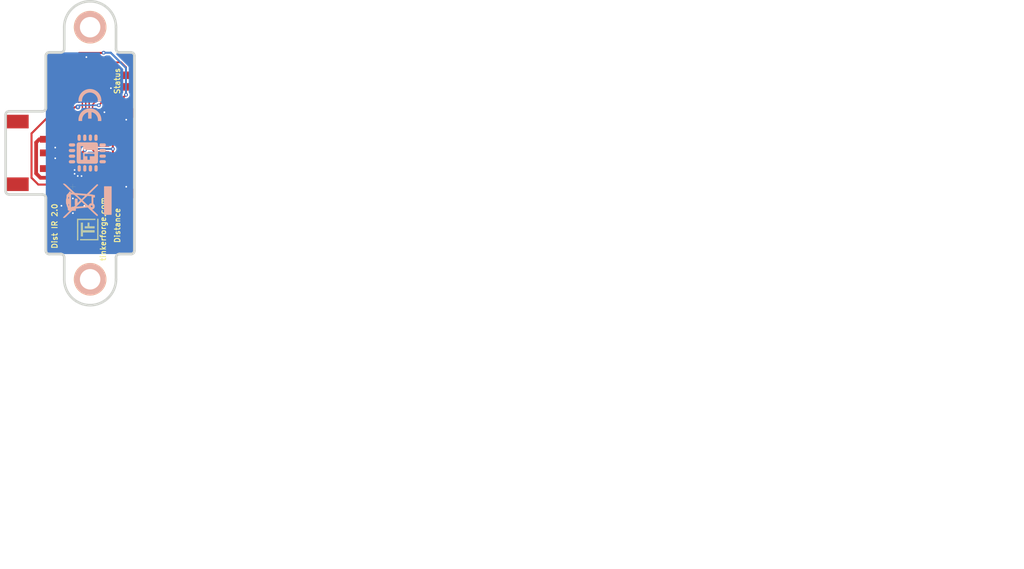
<source format=kicad_pcb>
(kicad_pcb (version 20221018) (generator pcbnew)
  (title_block (title "Distance IR Bricklet") (date "2018-05-14") (rev "2.0") (company "Tinkerforge GmbH") (comment 1 "Licensed under CERN OHL v.1.1") (comment 2 "Copyright (©) 2018, L.Lauer <lukas@tinkerforge.com>"))
  (layers (0 "F.Cu" jumper "Vorderseite") (31 "B.Cu" signal "Rückseite") (34 "B.Paste" user) (35 "F.Paste" user) (36 "B.SilkS" user "B.Silkscreen") (37 "F.SilkS" user "F.Silkscreen") (38 "B.Mask" user) (39 "F.Mask" user) (44 "Edge.Cuts" user))
  (net 0 "")
  (net 1 "GND")
  (net 2 "IN_1")
  (net 3 "VCC")
  (net 4 "Net-(P1-Pad6)")
  (net 5 "+5V")
  (net 6 "Net-(C3-Pad1)")
  (net 7 "Net-(D1-Pad2)")
  (net 8 "Net-(P2-Pad1)")
  (net 9 "Net-(P3-Pad2)")
  (net 10 "Net-(P4-Pad3)")
  (net 11 "Net-(R3-Pad1)")
  (net 12 "Net-(P1-Pad4)")
  (net 13 "Net-(P1-Pad5)")
  (net 14 "S-MISO")
  (net 15 "S-MOSI")
  (net 16 "S-CLK")
  (net 17 "S-CS")
  (net 18 "Net-(D2-Pad2)")
  (net 19 "Net-(R4-Pad1)")
  (footprint "kicad-libraries:Logo_31x31" (layer "F.Cu") (at 142.57 114.78 90)
    (fp_text reference "Ref**" hide)
    (fp_text value "Val**" hide)
  )
  (footprint "kicad-libraries:Fiducial_Mark" (layer "F.Cu") (at 140 88.8)
    (fp_text reference "Fiducial_Mark" hide)
    (fp_text value "VAL**" hide)
    (pad "1" smd circle (at 0 0) (size 1.00076 1.00076) (layers "F.Cu" "F.Paste" "F.Mask") (clearance 0.65024))
  )
  (footprint "kicad-libraries:Fiducial_Mark" (layer "F.Cu") (at 141 115.3)
    (fp_text reference "Fiducial_Mark" hide)
    (fp_text value "VAL**" hide)
    (pad "1" smd circle (at 0 0) (size 1.00076 1.00076) (layers "F.Cu" "F.Paste" "F.Mask") (clearance 0.65024))
  )
  (footprint "kicad-libraries:3528-21" (layer "F.Cu") (at 141.97 108.31 -90)
    (fp_text reference "C2")
    (fp_text value "100µF/10V")
    (pad "1" smd rect (at -1.40048 0 270) (size 1.59954 2.79908) (layers "F.Cu" "F.Paste" "F.Mask") (net 5 "+5V") (clearance 0.14986))
    (pad "2" smd rect (at 1.40048 0 270) (size 1.59954 2.79908) (layers "F.Cu" "F.Paste" "F.Mask") (net 1 "GND") (clearance 0.14986))
  )
  (footprint "kicad-libraries:DRILL_NP" (layer "F.Cu") (at 144.5 120.5)
    (fp_text reference "U2" hide)
    (fp_text value "DRILL" hide)
    (pad "" np_thru_hole circle (at 0 0) (size 2.99974 2.99974) (drill 2.99974) (layers "*.Cu" "*.Mask" "F.SilkS") (clearance 0.89916))
  )
  (footprint "kicad-libraries:DRILL_NP" (layer "F.Cu") (at 144.5 83.5)
    (fp_text reference "U3" hide)
    (fp_text value "DRILL" hide)
    (pad "" np_thru_hole circle (at 0 0) (size 2.99974 2.99974) (drill 2.99974) (layers "*.Cu" "*.Mask" "F.SilkS") (clearance 0.89916))
  )
  (footprint "kicad-libraries:C0603E" (layer "F.Cu") (at 143.1 88.67)
    (fp_text reference "C1")
    (fp_text value "100nF")
    (pad "1" smd rect (at -0.8501 0) (size 1.1 1) (layers "F.Cu" "F.Paste" "F.Mask") (net 3 "VCC"))
    (pad "2" smd rect (at 0.8501 0) (size 1.1 1) (layers "F.Cu" "F.Paste" "F.Mask") (net 1 "GND"))
  )
  (footprint "C0402E" (layer "F.Cu") (at 145.87 96.63 90)
    (fp_text reference "C3")
    (fp_text value "220pF")
    (pad "1" smd rect (at -0.65 0 90) (size 0.7 0.9) (layers "F.Cu" "F.Paste" "F.Mask") (net 6 "Net-(C3-Pad1)"))
    (pad "2" smd rect (at 0.65 0 90) (size 0.7 0.9) (layers "F.Cu" "F.Paste" "F.Mask") (net 1 "GND"))
  )
  (footprint "C0805" (layer "F.Cu") (at 144.43 103.86 -90)
    (fp_text reference "C4")
    (fp_text value "10uF")
    (pad "1" smd rect (at -1.00076 0 270) (size 1.00076 1.24968) (layers "F.Cu" "F.Paste" "F.Mask") (net 3 "VCC") (clearance 0.14986))
    (pad "2" smd rect (at 1.00076 0 270) (size 1.00076 1.24968) (layers "F.Cu" "F.Paste" "F.Mask") (net 1 "GND") (clearance 0.14986))
  )
  (footprint "C0603F" (layer "F.Cu") (at 142.95 103.86 -90)
    (fp_text reference "C5")
    (fp_text value "1uF")
    (pad "1" smd rect (at -0.75 0 270) (size 0.9 0.9) (layers "F.Cu" "F.Paste" "F.Mask") (net 3 "VCC"))
    (pad "2" smd rect (at 0.75 0 270) (size 0.9 0.9) (layers "F.Cu" "F.Paste" "F.Mask") (net 1 "GND"))
  )
  (footprint "D0603E" (layer "F.Cu") (at 149.77 91.41 90)
    (fp_text reference "D1")
    (fp_text value "blue")
    (pad "1" smd rect (at -0.8501 0 90) (size 1.1 1) (layers "F.Cu" "F.Paste" "F.Mask") (net 3 "VCC"))
    (pad "2" smd rect (at 0.8501 0 90) (size 1.1 1) (layers "F.Cu" "F.Paste" "F.Mask") (net 7 "Net-(D1-Pad2)"))
  )
  (footprint "kicad-libraries:DEBUG_PAD" (layer "F.Cu") (at 139 90.9)
    (fp_text reference "P2")
    (fp_text value "DEBUG")
    (pad "1" smd circle (at 0 0) (size 0.7 0.7) (layers "F.Cu" "F.Paste" "F.Mask") (net 8 "Net-(P2-Pad1)"))
  )
  (footprint "kicad-libraries:SolderJumper" (layer "F.Cu") (at 147.05 91.36 180)
    (fp_text reference "P3")
    (fp_text value "BOOT")
    (pad "1" smd rect (at -0.5 0 180) (size 0.4 1.4) (layers "F.Cu" "F.Mask") (net 1 "GND"))
    (pad "1" smd rect (at -0.225 -0.55 180) (size 0.95 0.3) (layers "F.Cu" "F.Mask") (net 1 "GND"))
    (pad "1" smd rect (at -0.225 0.55 180) (size 0.95 0.3) (layers "F.Cu" "F.Mask") (net 1 "GND"))
    (pad "2" smd rect (at 0.15 0 180) (size 0.6 0.5) (layers "F.Cu" "F.Mask") (net 9 "Net-(P3-Pad2)"))
    (pad "2" smd rect (at 0.55 0 180) (size 0.3 1.4) (layers "F.Cu" "F.Mask") (net 9 "Net-(P3-Pad2)"))
  )
  (footprint "kicad-libraries:S3B-PH-SM4" (layer "F.Cu") (at 132.08 101.95 90)
    (fp_text reference "P4")
    (fp_text value "S3B-PH-SM4")
    (pad "" smd rect (at -4.6 1.7 90) (size 2 3.4) (layers "F.Cu" "F.Paste" "F.Mask"))
    (pad "" smd rect (at 4.6 1.7 90) (size 2 3.4) (layers "F.Cu" "F.Paste" "F.Mask"))
    (pad "1" smd rect (at 2 7.3 90) (size 1 4.5) (layers "F.Cu" "F.Paste" "F.Mask") (net 5 "+5V"))
    (pad "2" smd rect (at 0 7.3 90) (size 1 4.5) (layers "F.Cu" "F.Paste" "F.Mask") (net 1 "GND"))
    (pad "3" smd rect (at -2.3 7.3 90) (size 1 4.5) (layers "F.Cu" "F.Paste" "F.Mask") (net 10 "Net-(P4-Pad3)"))
  )
  (footprint "kicad-libraries:R0603F" (layer "F.Cu") (at 141.5 97.1 90)
    (fp_text reference "R2")
    (fp_text value "1k")
    (pad "1" smd rect (at -0.75 0 90) (size 0.9 0.9) (layers "F.Cu" "F.Paste" "F.Mask") (net 10 "Net-(P4-Pad3)"))
    (pad "2" smd rect (at 0.75 0 90) (size 0.9 0.9) (layers "F.Cu" "F.Paste" "F.Mask") (net 2 "IN_1"))
  )
  (footprint "R0603F" (layer "F.Cu") (at 146.58 88.66)
    (fp_text reference "R3")
    (fp_text value "1k")
    (pad "1" smd rect (at -0.75 0) (size 0.9 0.9) (layers "F.Cu" "F.Paste" "F.Mask") (net 11 "Net-(R3-Pad1)"))
    (pad "2" smd rect (at 0.75 0) (size 0.9 0.9) (layers "F.Cu" "F.Paste" "F.Mask") (net 7 "Net-(D1-Pad2)"))
  )
  (footprint "4X0402" (layer "F.Cu") (at 144.11 96.68)
    (fp_text reference "RP1")
    (fp_text value "82")
    (pad "1" smd rect (at -0.7493 0.575 180) (size 0.29972 0.65) (layers "F.Cu" "F.Paste" "F.Mask") (net 12 "Net-(P1-Pad4)"))
    (pad "2" smd rect (at -0.24892 0.575 180) (size 0.29972 0.65) (layers "F.Cu" "F.Paste" "F.Mask") (net 13 "Net-(P1-Pad5)"))
    (pad "3" smd rect (at 0.24892 0.575 180) (size 0.29972 0.65) (layers "F.Cu" "F.Paste" "F.Mask") (net 4 "Net-(P1-Pad6)"))
    (pad "4" smd rect (at 0.7493 0.575 180) (size 0.29972 0.65) (layers "F.Cu" "F.Paste" "F.Mask") (net 6 "Net-(C3-Pad1)"))
    (pad "5" smd rect (at 0.7493 -0.575) (size 0.29972 0.65) (layers "F.Cu" "F.Paste" "F.Mask") (net 14 "S-MISO"))
    (pad "6" smd rect (at 0.24892 -0.575) (size 0.29972 0.65) (layers "F.Cu" "F.Paste" "F.Mask") (net 15 "S-MOSI"))
    (pad "7" smd rect (at -0.24892 -0.575) (size 0.29972 0.65) (layers "F.Cu" "F.Paste" "F.Mask") (net 16 "S-CLK"))
    (pad "8" smd rect (at -0.7493 -0.575) (size 0.29972 0.65) (layers "F.Cu" "F.Paste" "F.Mask") (net 17 "S-CS"))
  )
  (footprint "kicad-libraries:CON-SENSOR2" (layer "F.Cu") (at 151 102 90)
    (fp_text reference "P1")
    (fp_text value "CON-SENSOR2")
    (pad "1" smd rect (at -3.75 -4.6 90) (size 0.6 1.8) (layers "F.Cu" "F.Paste" "F.Mask") (net 5 "+5V"))
    (pad "2" smd rect (at -2.5 -4.6 90) (size 0.6 1.8) (layers "F.Cu" "F.Paste" "F.Mask") (net 1 "GND"))
    (pad "3" smd rect (at -1.25 -4.6 90) (size 0.6 1.8) (layers "F.Cu" "F.Paste" "F.Mask") (net 3 "VCC"))
    (pad "4" smd rect (at 0 -4.6 90) (size 0.6 1.8) (layers "F.Cu" "F.Paste" "F.Mask") (net 12 "Net-(P1-Pad4)"))
    (pad "5" smd rect (at 1.25 -4.6 90) (size 0.6 1.8) (layers "F.Cu" "F.Paste" "F.Mask") (net 13 "Net-(P1-Pad5)"))
    (pad "6" smd rect (at 2.5 -4.6 90) (size 0.6 1.8) (layers "F.Cu" "F.Paste" "F.Mask") (net 4 "Net-(P1-Pad6)"))
    (pad "7" smd rect (at 3.75 -4.6 90) (size 0.6 1.8) (layers "F.Cu" "F.Paste" "F.Mask") (net 6 "Net-(C3-Pad1)"))
    (pad "EP" smd rect (at -5.9 -1.2 90) (size 1.4 2.4) (layers "F.Cu" "F.Paste" "F.Mask") (net 1 "GND"))
    (pad "EP" smd rect (at 5.9 -1.2 90) (size 1.4 2.4) (layers "F.Cu" "F.Paste" "F.Mask") (net 1 "GND"))
  )
  (footprint "kicad-libraries:QFN24-4x4mm-0.5mm" (layer "F.Cu") (at 143.1 92.12 180)
    (fp_text reference "U4")
    (fp_text value "XMC1302")
    (pad "1" smd oval (at -2.025 -1.25 180) (size 1 0.3) (layers "F.Cu" "F.Paste" "F.Mask") (net 14 "S-MISO"))
    (pad "2" smd oval (at -2.025 -0.75 180) (size 1 0.3) (layers "F.Cu" "F.Paste" "F.Mask") (net 2 "IN_1"))
    (pad "3" smd oval (at -2.025 -0.25 180) (size 1 0.3) (layers "F.Cu" "F.Paste" "F.Mask"))
    (pad "4" smd oval (at -2.025 0.25 180) (size 1 0.3) (layers "F.Cu" "F.Paste" "F.Mask") (net 9 "Net-(P3-Pad2)"))
    (pad "5" smd oval (at -2.025 0.75 180) (size 1 0.3) (layers "F.Cu" "F.Paste" "F.Mask"))
    (pad "6" smd oval (at -2.025 1.25 180) (size 1 0.3) (layers "F.Cu" "F.Paste" "F.Mask"))
    (pad "7" smd oval (at -1.25 2.025 270) (size 1 0.3) (layers "F.Cu" "F.Paste" "F.Mask") (net 11 "Net-(R3-Pad1)"))
    (pad "8" smd oval (at -0.75 2.025 270) (size 1 0.3) (layers "F.Cu" "F.Paste" "F.Mask"))
    (pad "9" smd oval (at -0.25 2.025 270) (size 1 0.3) (layers "F.Cu" "F.Paste" "F.Mask") (net 1 "GND"))
    (pad "10" smd oval (at 0.25 2.025 270) (size 1 0.3) (layers "F.Cu" "F.Paste" "F.Mask") (net 3 "VCC"))
    (pad "11" smd oval (at 0.75 2.025 270) (size 1 0.3) (layers "F.Cu" "F.Paste" "F.Mask"))
    (pad "12" smd oval (at 1.25 2.025 270) (size 1 0.3) (layers "F.Cu" "F.Paste" "F.Mask"))
    (pad "13" smd oval (at 2.025 1.25 180) (size 1 0.3) (layers "F.Cu" "F.Paste" "F.Mask") (net 8 "Net-(P2-Pad1)"))
    (pad "14" smd oval (at 2.025 0.75 180) (size 1 0.3) (layers "F.Cu" "F.Paste" "F.Mask") (net 19 "Net-(R4-Pad1)"))
    (pad "15" smd oval (at 2.025 0.25 180) (size 1 0.3) (layers "F.Cu" "F.Paste" "F.Mask"))
    (pad "16" smd oval (at 2.025 -0.25 180) (size 1 0.3) (layers "F.Cu" "F.Paste" "F.Mask"))
    (pad "17" smd oval (at 2.025 -0.75 180) (size 1 0.3) (layers "F.Cu" "F.Paste" "F.Mask"))
    (pad "18" smd oval (at 2.025 -1.25 180) (size 1 0.3) (layers "F.Cu" "F.Paste" "F.Mask"))
    (pad "19" smd oval (at 1.25 -2.025 270) (size 1 0.3) (layers "F.Cu" "F.Paste" "F.Mask"))
    (pad "20" smd oval (at 0.75 -2.025 270) (size 1 0.3) (layers "F.Cu" "F.Paste" "F.Mask"))
    (pad "21" smd oval (at 0.25 -2.025 270) (size 1 0.3) (layers "F.Cu" "F.Paste" "F.Mask"))
    (pad "22" smd oval (at -0.25 -2.025 270) (size 1 0.3) (layers "F.Cu" "F.Paste" "F.Mask") (net 17 "S-CS"))
    (pad "23" smd oval (at -0.75 -2.025 270) (size 1 0.3) (layers "F.Cu" "F.Paste" "F.Mask") (net 16 "S-CLK"))
    (pad "24" smd oval (at -1.25 -2.025 270) (size 1 0.3) (layers "F.Cu" "F.Paste" "F.Mask") (net 15 "S-MOSI"))
    (pad "EXP" smd rect (at -0.65 -0.65 180) (size 1.3 1.3) (layers "F.Cu" "F.Paste" "F.Mask") (net 1 "GND"))
    (pad "EXP" smd rect (at -0.65 0.65 180) (size 1.3 1.3) (layers "F.Cu" "F.Paste" "F.Mask") (net 1 "GND"))
    (pad "EXP" smd rect (at 0.65 -0.65 180) (size 1.3 1.3) (layers "F.Cu" "F.Paste" "F.Mask") (net 1 "GND"))
    (pad "EXP" smd rect (at 0.65 0.65 180) (size 1.3 1.3) (layers "F.Cu" "F.Paste" "F.Mask") (net 1 "GND"))
  )
  (footprint "kicad-libraries:D0603E" (layer "F.Cu") (at 149.8 112.6 -90)
    (fp_text reference "D2")
    (fp_text value "green")
    (pad "1" smd rect (at -0.8501 0 270) (size 1.1 1) (layers "F.Cu" "F.Paste" "F.Mask") (net 3 "VCC"))
    (pad "2" smd rect (at 0.8501 0 270) (size 1.1 1) (layers "F.Cu" "F.Paste" "F.Mask") (net 18 "Net-(D2-Pad2)"))
  )
  (footprint "kicad-libraries:R0603F" (layer "F.Cu") (at 139.4 94.1 -90)
    (fp_text reference "R4")
    (fp_text value "1k")
    (pad "1" smd rect (at -0.75 0 270) (size 0.9 0.9) (layers "F.Cu" "F.Paste" "F.Mask") (net 19 "Net-(R4-Pad1)"))
    (pad "2" smd rect (at 0.75 0 270) (size 0.9 0.9) (layers "F.Cu" "F.Paste" "F.Mask") (net 18 "Net-(D2-Pad2)"))
  )
  (footprint "kicad-libraries:Fiducial_Mark" (layer "F.Cu") (at 149.5 104.8)
    (fp_text reference "Fiducial_Mark" hide)
    (fp_text value "VAL**" hide)
    (pad "1" smd circle (at 0 0) (size 1.00076 1.00076) (layers "F.Cu" "F.Paste" "F.Mask") (clearance 0.65024))
  )
  (footprint "kicad-libraries:WEEE_7mm" (layer "B.Cu") (at 144.08 108.96 -90)
    (fp_text reference "VAL" hide)
    (fp_text value "WEEE_7mm" hide)
  )
  (footprint "kicad-libraries:CE_5mm" (layer "B.Cu") (at 144.47 94.96 -90)
    (fp_text reference "VAL" hide)
    (fp_text value "CE_5mm" hide)
  )
  (footprint "kicad-libraries:Logo_CoMCU" (layer "B.Cu") (at 144.09 101.97 -90)
    (fp_text reference "G***" hide)
    (fp_text value "LOGO" hide)
  )
  (gr_line (start 138 116.3) (end 138 108.55) (stroke (width 0.381)) (layer "Edge.Cuts"))
  (gr_arc (start 150.5 87.2) (mid 150.853553 87.346447) (end 151 87.7) (stroke (width 0.381)) (layer "Edge.Cuts"))
  (gr_arc (start 148.3 117.3) (mid 148.446447 116.946447) (end 148.8 116.8) (stroke (width 0.381)) (layer "Edge.Cuts"))
  (gr_line (start 132.1 96.35) (end 132.1 107.55) (stroke (width 0.381)) (layer "Edge.Cuts"))
  (gr_arc (start 140.7 86.7) (mid 140.553553 87.053553) (end 140.2 87.2) (stroke (width 0.381)) (layer "Edge.Cuts"))
  (gr_line (start 137.5 108.05) (end 132.6 108.05) (stroke (width 0.381)) (layer "Edge.Cuts"))
  (gr_arc (start 138.5 116.8) (mid 138.146447 116.653553) (end 138 116.3) (stroke (width 0.381)) (layer "Edge.Cuts"))
  (gr_arc (start 148.3 120.5) (mid 147.187006 123.187006) (end 144.5 124.3) (stroke (width 0.381)) (layer "Edge.Cuts"))
  (gr_arc (start 132.6 108.05) (mid 132.246447 107.903553) (end 132.1 107.55) (stroke (width 0.381)) (layer "Edge.Cuts"))
  (gr_line (start 140.2 87.2) (end 138.5 87.2) (stroke (width 0.381)) (layer "Edge.Cuts"))
  (gr_line (start 148.8 116.8) (end 150.5 116.8) (stroke (width 0.381)) (layer "Edge.Cuts"))
  (gr_line (start 150.5 87.2) (end 148.8 87.2) (stroke (width 0.381)) (layer "Edge.Cuts"))
  (gr_line (start 138 87.7) (end 138 95.4) (stroke (width 0.381)) (layer "Edge.Cuts"))
  (gr_arc (start 137.5 108.05) (mid 137.853553 108.196447) (end 138 108.55) (stroke (width 0.381)) (layer "Edge.Cuts"))
  (gr_arc (start 138 95.4) (mid 137.818198 95.738909) (end 137.45 95.85) (stroke (width 0.381)) (layer "Edge.Cuts"))
  (gr_arc (start 140.7 83.5) (mid 141.812994 80.812994) (end 144.5 79.7) (stroke (width 0.381)) (layer "Edge.Cuts"))
  (gr_arc (start 132.1 96.35) (mid 132.246447 95.996447) (end 132.6 95.85) (stroke (width 0.381)) (layer "Edge.Cuts"))
  (gr_arc (start 148.8 87.2) (mid 148.446447 87.053553) (end 148.3 86.7) (stroke (width 0.381)) (layer "Edge.Cuts"))
  (gr_line (start 151 116.3) (end 151 87.7) (stroke (width 0.381)) (layer "Edge.Cuts"))
  (gr_arc (start 151 116.3) (mid 150.853553 116.653553) (end 150.5 116.8) (stroke (width 0.381)) (layer "Edge.Cuts"))
  (gr_line (start 138.5 116.8) (end 140.2 116.8) (stroke (width 0.381)) (layer "Edge.Cuts"))
  (gr_line (start 140.7 83.5) (end 140.7 86.7) (stroke (width 0.381)) (layer "Edge.Cuts"))
  (gr_arc (start 138 87.7) (mid 138.146447 87.346447) (end 138.5 87.2) (stroke (width 0.381)) (layer "Edge.Cuts"))
  (gr_line (start 148.3 86.7) (end 148.3 83.5) (stroke (width 0.381)) (layer "Edge.Cuts"))
  (gr_line (start 148.3 120.5) (end 148.3 117.3) (stroke (width 0.381)) (layer "Edge.Cuts"))
  (gr_arc (start 144.5 79.7) (mid 147.187006 80.812994) (end 148.3 83.5) (stroke (width 0.381)) (layer "Edge.Cuts"))
  (gr_arc (start 144.5 124.3) (mid 141.812994 123.187006) (end 140.7 120.5) (stroke (width 0.381)) (layer "Edge.Cuts"))
  (gr_line (start 137.45 95.85) (end 132.6 95.85) (stroke (width 0.381)) (layer "Edge.Cuts"))
  (gr_line (start 140.7 120.5) (end 140.7 117.3) (stroke (width 0.381)) (layer "Edge.Cuts"))
  (gr_arc (start 140.2 116.8) (mid 140.553553 116.946447) (end 140.7 117.3) (stroke (width 0.381)) (layer "Edge.Cuts"))
  (gr_text "Distance" (at 148.5 112.6 90) (layer "F.SilkS") (effects (font (size 0.8 0.8))))
  (gr_text "tinkerforge.com" (at 146.41 113.14 90) (layer "F.SilkS") (effects (font (size 0.8001 0.8001))))
  (gr_text "Status" (at 148.48 91.41 90) (layer "F.SilkS") (effects (font (size 0.8 0.8))))
  (gr_text "Dist IR 2.0" (at 139.3 112.7 90) (layer "F.SilkS") (effects (font (size 0.8 0.8))))
  (segment (start 143.35 89.56) (end 143.9501 88.9599) (width 0.2) (layer "F.Cu") (net 1))
  (segment (start 143.9501 88.9599) (end 143.9501 88.67) (width 0.2) (layer "F.Cu") (net 1))
  (segment (start 143.35 91.07) (end 143.75 91.47) (width 0.2) (layer "F.Cu") (net 1))
  (segment (start 142.45 91.47) (end 142.45 92.77) (width 0.2) (layer "F.Cu") (net 1))
  (segment (start 142.45 92.77) (end 143.75 92.77) (width 0.2) (layer "F.Cu") (net 1))
  (segment (start 143.75 92.77) (end 143.75 91.47) (width 0.2) (layer "F.Cu") (net 1))
  (segment (start 143.9501 87.8901) (end 143.95 87.89) (width 0.55) (layer "F.Cu") (net 1))
  (segment (start 143.80076 104.86076) (end 143.55 104.61) (width 0.55) (layer "F.Cu") (net 1))
  (segment (start 143.55 104.61) (end 142.95 104.61) (width 0.55) (layer "F.Cu") (net 1))
  (segment (start 145.41 104.5) (end 145.04924 104.86076) (width 0.55) (layer "F.Cu") (net 1))
  (segment (start 145.04924 104.86076) (end 144.43 104.86076) (width 0.55) (layer "F.Cu") (net 1))
  (segment (start 142.95 105.06) (end 143.24 105.35) (width 0.55) (layer "F.Cu") (net 1))
  (segment (start 142.95 105.07) (end 142.68 105.34) (width 0.55) (layer "F.Cu") (net 1))
  (segment (start 142.63 104.61) (end 142.22 105.02) (width 0.55) (layer "F.Cu") (net 1))
  (segment (start 142.37 104.61) (end 142.22 104.46) (width 0.55) (layer "F.Cu") (net 1))
  (segment (start 142.8 104.46) (end 142.95 104.61) (width 0.55) (layer "F.Cu") (net 1))
  (segment (start 142.69 105.35) (end 142.68 105.34) (width 0.55) (layer "F.Cu") (net 1))
  (segment (start 142.54 105.34) (end 142.22 105.02) (width 0.55) (layer "F.Cu") (net 1))
  (segment (start 143.64952 109.71048) (end 143.65 109.71) (width 0.55) (layer "F.Cu") (net 1))
  (segment (start 140.29048 109.71048) (end 140.29 109.71) (width 0.55) (layer "F.Cu") (net 1))
  (segment (start 147.43 91.91) (end 147.56 91.78) (width 0.29972) (layer "F.Cu") (net 1))
  (segment (start 147.56 91.78) (end 147.56 91.41) (width 0.29972) (layer "F.Cu") (net 1))
  (segment (start 147.56 91.41) (end 147.55 91.36) (width 0.29972) (layer "F.Cu") (net 1))
  (segment (start 147.55 90.94) (end 147.42 90.81) (width 0.29972) (layer "F.Cu") (net 1))
  (segment (start 147.42 90.81) (end 147.23 90.81) (width 0.29972) (layer "F.Cu") (net 1))
  (segment (start 147.23 90.81) (end 147.275 90.81) (width 0.29972) (layer "F.Cu") (net 1))
  (segment (start 141.97 109.71048) (end 140.29048 109.71048) (width 0.55) (layer "F.Cu") (net 1))
  (segment (start 147.275 91.91) (end 147.43 91.91) (width 0.29972) (layer "F.Cu") (net 1))
  (segment (start 142.68 105.34) (end 142.54 105.34) (width 0.55) (layer "F.Cu") (net 1))
  (segment (start 147.55 91.36) (end 147.55 92.45) (width 0.29972) (layer "F.Cu") (net 1))
  (segment (start 147.55 91.36) (end 147.55 90.94) (width 0.29972) (layer "F.Cu") (net 1))
  (segment (start 139.38 101.95) (end 139.38 101.17) (width 0.55) (layer "F.Cu") (net 1))
  (segment (start 141.97 109.71048) (end 141.97 108.63) (width 0.55) (layer "F.Cu") (net 1))
  (segment (start 141.97 109.71048) (end 143.64952 109.71048) (width 0.55) (layer "F.Cu") (net 1))
  (segment (start 142.22 104.46) (end 142.22 105.02) (width 0.55) (layer "F.Cu") (net 1))
  (segment (start 139.38 101.95) (end 139.38 102.74) (width 0.55) (layer "F.Cu") (net 1))
  (segment (start 143.9501 88.67) (end 143.9501 87.8901) (width 0.55) (layer "F.Cu") (net 1))
  (segment (start 142.22 104.46) (end 142.8 104.46) (width 0.55) (layer "F.Cu") (net 1))
  (segment (start 144.43 104.86076) (end 143.80076 104.86076) (width 0.55) (layer "F.Cu") (net 1))
  (segment (start 149.8 96.1) (end 149.8 97.08) (width 0.55) (layer "F.Cu") (net 1))
  (segment (start 143.24 105.35) (end 142.69 105.35) (width 0.55) (layer "F.Cu") (net 1))
  (segment (start 145.87 95.98) (end 146.6 95.98) (width 0.55) (layer "F.Cu") (net 1))
  (segment (start 143.75 91.47) (end 142.45 91.47) (width 0.2) (layer "F.Cu") (net 1))
  (segment (start 142.95 105.07) (end 142.95 104.61) (width 0.55) (layer "F.Cu") (net 1))
  (segment (start 142.37 104.61) (end 142.95 104.61) (width 0.55) (layer "F.Cu") (net 1))
  (segment (start 143.35 90.095) (end 143.35 89.56) (width 0.2) (layer "F.Cu") (net 1))
  (segment (start 146.4 104.5) (end 145.41 104.5) (width 0.55) (layer "F.Cu") (net 1))
  (segment (start 149.8 107.9) (end 149.8 106.92) (width 0.55) (layer "F.Cu") (net 1))
  (segment (start 141.97 109.71048) (end 141.97 110.79) (width 0.55) (layer "F.Cu") (net 1))
  (segment (start 143.35 90.095) (end 143.35 91.07) (width 0.2) (layer "F.Cu") (net 1))
  (via (at 147.55 92.45) (size 0.55) (drill 0.25) (layers "F.Cu" "B.Cu") (net 1))
  (via (at 141.97 108.63) (size 0.55) (drill 0.25) (layers "F.Cu" "B.Cu") (net 1))
  (via (at 149.8 97.08) (size 0.55) (drill 0.25) (layers "F.Cu" "B.Cu") (net 1))
  (via (at 139.38 101.17) (size 0.55) (drill 0.25) (layers "F.Cu" "B.Cu") (net 1))
  (via (at 139.38 102.74) (size 0.55) (drill 0.25) (layers "F.Cu" "B.Cu") (net 1))
  (via (at 140.29 109.71) (size 0.55) (drill 0.25) (layers "F.Cu" "B.Cu") (net 1))
  (via (at 142.22 105.02) (size 0.55) (drill 0.25) (layers "F.Cu" "B.Cu") (net 1))
  (via (at 143.95 87.89) (size 0.55) (drill 0.25) (layers "F.Cu" "B.Cu") (net 1))
  (via (at 146.6 95.98) (size 0.55) (drill 0.25) (layers "F.Cu" "B.Cu") (net 1))
  (via (at 142.68 105.34) (size 0.55) (drill 0.25) (layers "F.Cu" "B.Cu") (net 1))
  (via (at 142.22 104.46) (size 0.55) (drill 0.25) (layers "F.Cu" "B.Cu") (net 1))
  (via (at 143.24 105.35) (size 0.55) (drill 0.25) (layers "F.Cu" "B.Cu") (net 1))
  (via (at 149.8 106.92) (size 0.55) (drill 0.25) (layers "F.Cu" "B.Cu") (net 1))
  (via (at 143.65 109.71) (size 0.55) (drill 0.25) (layers "F.Cu" "B.Cu") (net 1))
  (via (at 141.97 110.79) (size 0.55) (drill 0.25) (layers "F.Cu" "B.Cu") (net 1))
  (segment (start 145.78 94.96) (end 146.35 94.39) (width 0.25) (layer "F.Cu") (net 2))
  (segment (start 146.35 94.39) (end 146.35 93.24) (width 0.25) (layer "F.Cu") (net 2))
  (segment (start 146.35 93.24) (end 145.98 92.87) (width 0.25) (layer "F.Cu") (net 2))
  (segment (start 145.125 92.87) (end 145.98 92.87) (width 0.25) (layer "F.Cu") (net 2))
  (segment (start 141.5 96) (end 142.3 95.2) (width 0.25) (layer "F.Cu") (net 2))
  (segment (start 142.3 95.2) (end 142.7 95.2) (width 0.25) (layer "F.Cu") (net 2))
  (segment (start 141.5 96.35) (end 141.5 96) (width 0.25) (layer "F.Cu") (net 2))
  (via (at 145.78 94.96) (size 0.55) (drill 0.25) (layers "F.Cu" "B.Cu") (net 2))
  (via (at 142.7 95.2) (size 0.70104) (drill 0.24892) (layers "F.Cu" "B.Cu") (net 2))
  (segment (start 142.94 94.96) (end 142.7 95.2) (width 0.25) (layer "B.Cu") (net 2))
  (segment (start 145.78 94.96) (end 142.94 94.96) (width 0.25) (layer "B.Cu") (net 2))
  (segment (start 142.85 89.6) (end 142.2499 88.9999) (width 0.2) (layer "F.Cu") (net 3))
  (segment (start 142.2499 88.9999) (end 142.2499 88.67) (width 0.2) (layer "F.Cu") (net 3))
  (segment (start 143.84076 102.85924) (end 143.59 103.11) (width 0.55) (layer "F.Cu") (net 3))
  (segment (start 143.59 103.11) (end 142.95 103.11) (width 0.55) (layer "F.Cu") (net 3))
  (segment (start 145.38 103.25) (end 144.98924 102.85924) (width 0.55) (layer "F.Cu") (net 3))
  (segment (start 144.98924 102.85924) (end 144.43 102.85924) (width 0.55) (layer "F.Cu") (net 3))
  (segment (start 142.95 102.3) (end 143.72 101.53) (width 0.29972) (layer "F.Cu") (net 3))
  (segment (start 147.84 101.37) (end 147.83 101.36) (width 0.29972) (layer "F.Cu") (net 3))
  (segment (start 147.83 101.36) (end 147.83 95.36) (width 0.29972) (layer "F.Cu") (net 3))
  (segment (start 147.83 95.36) (end 149.77 93.42) (width 0.29972) (layer "F.Cu") (net 3))
  (segment (start 149.77 93.42) (end 149.77 92.2601) (width 0.29972) (layer "F.Cu") (net 3))
  (segment (start 146.48 87.25) (end 146.45 87.28) (width 0.29972) (layer "F.Cu") (net 3))
  (segment (start 146.45 87.28) (end 142.9 87.28) (width 0.29972) (layer "F.Cu") (net 3))
  (segment (start 142.9 87.28) (end 142.2499 87.9301) (width 0.29972) (layer "F.Cu") (net 3))
  (segment (start 142.2499 88.67) (end 142.2499 87.9301) (width 0.29972) (layer "F.Cu") (net 3))
  (segment (start 149.8 110.7) (end 147.84 108.74) (width 0.29972) (layer "F.Cu") (net 3))
  (segment (start 147.84 108.74) (end 147.84 101.37) (width 0.29972) (layer "F.Cu") (net 3))
  (segment (start 144.43 102.85924) (end 143.84076 102.85924) (width 0.55) (layer "F.Cu") (net 3))
  (segment (start 142.85 90.095) (end 142.85 89.6) (width 0.2) (layer "F.Cu") (net 3))
  (segment (start 149.8 111.7499) (end 149.8 110.7) (width 0.29972) (layer "F.Cu") (net 3))
  (segment (start 142.95 103.11) (end 142.95 102.3) (width 0.29972) (layer "F.Cu") (net 3))
  (segment (start 146.4 103.25) (end 145.38 103.25) (width 0.55) (layer "F.Cu") (net 3))
  (via (at 149.77 93.42) (size 0.55) (drill 0.25) (layers "F.Cu" "B.Cu") (net 3))
  (via (at 146.48 87.25) (size 0.55) (drill 0.25) (layers "F.Cu" "B.Cu") (net 3))
  (via (at 147.84 101.37) (size 0.55) (drill 0.25) (layers "F.Cu" "B.Cu") (net 3))
  (via (at 143.72 101.53) (size 0.55) (drill 0.25) (layers "F.Cu" "B.Cu") (net 3))
  (segment (start 143.72 101.53) (end 143.88 101.37) (width 0.29972) (layer "B.Cu") (net 3))
  (segment (start 143.88 101.37) (end 147.84 101.37) (width 0.29972) (layer "B.Cu") (net 3))
  (segment (start 149.76 93.41) (end 149.77 93.42) (width 0.29972) (layer "B.Cu") (net 3))
  (segment (start 149.76 93.41) (end 149.76 89.48) (width 0.29972) (layer "B.Cu") (net 3))
  (segment (start 149.76 89.48) (end 147.53 87.25) (width 0.29972) (layer "B.Cu") (net 3))
  (segment (start 147.53 87.25) (end 146.48 87.25) (width 0.29972) (layer "B.Cu") (net 3))
  (segment (start 145.22 99.5) (end 144.35892 98.63892) (width 0.2) (layer "F.Cu") (net 4))
  (segment (start 144.35892 98.63892) (end 144.35892 97.255) (width 0.2) (layer "F.Cu") (net 4))
  (segment (start 146.4 99.5) (end 145.22 99.5) (width 0.2) (layer "F.Cu") (net 4))
  (segment (start 145.34 105.75) (end 144.18048 106.90952) (width 0.55) (layer "F.Cu") (net 5))
  (segment (start 144.18048 106.90952) (end 141.97 106.90952) (width 0.55) (layer "F.Cu") (net 5))
  (segment (start 136.58 104.97) (end 136.58 100.42) (width 0.55) (layer "F.Cu") (net 5))
  (segment (start 136.58 100.42) (end 137.05 99.95) (width 0.55) (layer "F.Cu") (net 5))
  (segment (start 137.05 99.95) (end 139.38 99.95) (width 0.55) (layer "F.Cu") (net 5))
  (segment (start 140.60952 106.90952) (end 139.3 105.6) (width 0.55) (layer "F.Cu") (net 5))
  (segment (start 139.3 105.6) (end 137.21 105.6) (width 0.55) (layer "F.Cu") (net 5))
  (segment (start 137.21 105.6) (end 136.58 104.97) (width 0.55) (layer "F.Cu") (net 5))
  (segment (start 141.97 106.90952) (end 140.60952 106.90952) (width 0.55) (layer "F.Cu") (net 5))
  (segment (start 140.1 99.95) (end 140.15 99.95) (width 0.29972) (layer "F.Cu") (net 5))
  (segment (start 146.4 105.75) (end 145.34 105.75) (width 0.55) (layer "F.Cu") (net 5))
  (segment (start 146.17 98.25) (end 145.87 97.95) (width 0.2) (layer "F.Cu") (net 6))
  (segment (start 145.87 97.95) (end 145.87 97.28) (width 0.2) (layer "F.Cu") (net 6))
  (segment (start 145.845 97.255) (end 145.87 97.28) (width 0.2) (layer "F.Cu") (net 6))
  (segment (start 144.8593 97.255) (end 145.845 97.255) (width 0.2) (layer "F.Cu") (net 6))
  (segment (start 146.4 98.25) (end 146.17 98.25) (width 0.2) (layer "F.Cu") (net 6))
  (segment (start 149.06 88.66) (end 149.77 89.37) (width 0.25) (layer "F.Cu") (net 7))
  (segment (start 149.77 89.37) (end 149.77 90.5599) (width 0.25) (layer "F.Cu") (net 7))
  (segment (start 147.33 88.66) (end 149.06 88.66) (width 0.25) (layer "F.Cu") (net 7))
  (segment (start 139.03 90.87) (end 139 90.9) (width 0.2) (layer "F.Cu") (net 8))
  (segment (start 141.075 90.87) (end 139.03 90.87) (width 0.2) (layer "F.Cu") (net 8))
  (segment (start 145.78 91.87) (end 146.29 91.36) (width 0.25) (layer "F.Cu") (net 9))
  (segment (start 146.29 91.36) (end 146.5 91.36) (width 0.25) (layer "F.Cu") (net 9))
  (segment (start 146.5 91.36) (end 146.9 91.36) (width 0.25) (layer "F.Cu") (net 9))
  (segment (start 145.125 91.87) (end 145.78 91.87) (width 0.25) (layer "F.Cu") (net 9))
  (segment (start 141.6 104.25) (end 141.99 103.86) (width 0.25) (layer "F.Cu") (net 10))
  (segment (start 141.99 98.79) (end 141.5 98.3) (width 0.25) (layer "F.Cu") (net 10))
  (segment (start 141.5 98.3) (end 141.5 97.85) (width 0.25) (layer "F.Cu") (net 10))
  (segment (start 139.38 104.25) (end 141.6 104.25) (width 0.25) (layer "F.Cu") (net 10))
  (segment (start 141.99 103.86) (end 141.99 98.79) (width 0.25) (layer "F.Cu") (net 10))
  (segment (start 145.275 90.095) (end 145.83 89.54) (width 0.25) (layer "F.Cu") (net 11))
  (segment (start 145.83 89.54) (end 145.83 88.66) (width 0.25) (layer "F.Cu") (net 11))
  (segment (start 144.35 90.095) (end 145.275 90.095) (width 0.25) (layer "F.Cu") (net 11))
  (segment (start 145.35 102) (end 143.3607 100.0107) (width 0.2) (layer "F.Cu") (net 12))
  (segment (start 143.3607 100.0107) (end 143.3607 97.255) (width 0.2) (layer "F.Cu") (net 12))
  (segment (start 146.4 102) (end 145.35 102) (width 0.2) (layer "F.Cu") (net 12))
  (segment (start 145.34 100.75) (end 143.86108 99.27108) (width 0.2) (layer "F.Cu") (net 13))
  (segment (start 143.86108 99.27108) (end 143.86108 97.255) (width 0.2) (layer "F.Cu") (net 13))
  (segment (start 146.4 100.75) (end 145.34 100.75) (width 0.2) (layer "F.Cu") (net 13))
  (segment (start 144.8593 94.8707) (end 145.93 93.8) (width 0.2) (layer "F.Cu") (net 14))
  (segment (start 145.93 93.8) (end 145.93 93.54) (width 0.2) (layer "F.Cu") (net 14))
  (segment (start 145.93 93.54) (end 145.76 93.37) (width 0.2) (layer "F.Cu") (net 14))
  (segment (start 145.76 93.37) (end 145.125 93.37) (width 0.2) (layer "F.Cu") (net 14))
  (segment (start 144.8593 96.105) (end 144.8593 94.8707) (width 0.2) (layer "F.Cu") (net 14))
  (segment (start 144.35892 94.15392) (end 144.35 94.145) (width 0.2) (layer "F.Cu") (net 15))
  (segment (start 144.35892 96.105) (end 144.35892 94.15392) (width 0.2) (layer "F.Cu") (net 15))
  (segment (start 143.86108 94.15608) (end 143.85 94.145) (width 0.2) (layer "F.Cu") (net 16))
  (segment (start 143.86108 96.105) (end 143.86108 94.15608) (width 0.2) (layer "F.Cu") (net 16))
  (segment (start 143.3607 94.1557) (end 143.35 94.145) (width 0.2) (layer "F.Cu") (net 17))
  (segment (start 143.3607 96.105) (end 143.3607 94.1557) (width 0.2) (layer "F.Cu") (net 17))
  (segment (start 141.3501 113.4501) (end 139.5 111.6) (width 0.29972) (layer "F.Cu") (net 18))
  (segment (start 139.5 111.6) (end 139.5 108) (width 0.29972) (layer "F.Cu") (net 18))
  (segment (start 139.5 108) (end 138.1 106.6) (width 0.29972) (layer "F.Cu") (net 18))
  (segment (start 138.1 106.6) (end 136.9 106.6) (width 0.29972) (layer "F.Cu") (net 18))
  (segment (start 136.9 106.6) (end 135.9 105.6) (width 0.29972) (layer "F.Cu") (net 18))
  (segment (start 135.9 105.6) (end 135.9 99.1) (width 0.29972) (layer "F.Cu") (net 18))
  (segment (start 135.9 99.1) (end 139.4 95.6) (width 0.29972) (layer "F.Cu") (net 18))
  (segment (start 139.4 95.6) (end 139.4 94.85) (width 0.29972) (layer "F.Cu") (net 18))
  (segment (start 149.8 113.4501) (end 141.3501 113.4501) (width 0.29972) (layer "F.Cu") (net 18))
  (segment (start 139.4 92) (end 140.03 91.37) (width 0.29972) (layer "F.Cu") (net 19))
  (segment (start 140.03 91.37) (end 141.075 91.37) (width 0.29972) (layer "F.Cu") (net 19))
  (segment (start 139.4 93.35) (end 139.4 92) (width 0.29972) (layer "F.Cu") (net 19))
  (zone (net 1) (net_name "GND") (layer "B.Cu") (connect_pads (clearance 0.24892)) (min_thickness 0.24892) (fill yes (thermal_gap 0.29972) (thermal_bridge_width 0.29972))
    (polygon (pts (xy 150.99418 116.79896) (xy 150.99418 87.1978) (xy 137.99446 87.1978) (xy 137.99446 116.79896)))
  )
)
</source>
